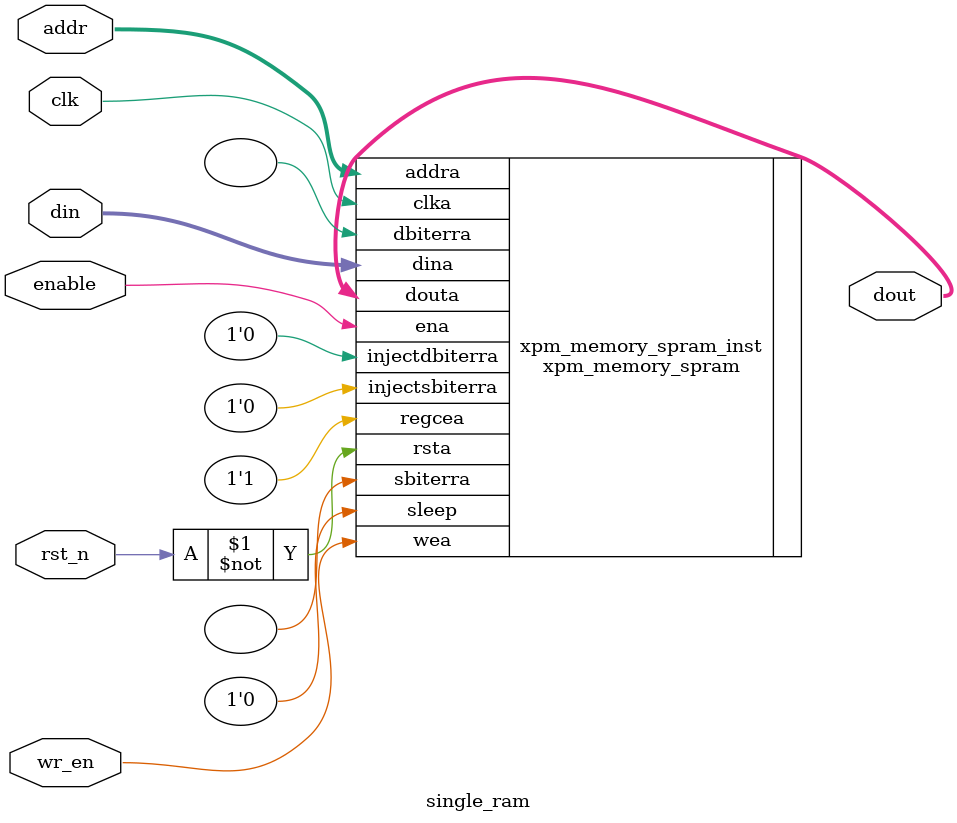
<source format=sv>

`timescale 1ns/1ps

module single_ram #(
    parameter DATA_WIDTH        = 32,
    parameter BYTE_WRITE_WIDTH  = 32,
    parameter ADDR_WIDTH        = 6,
    parameter READ_LATENCY      = 2,
    parameter WRITE_MODE        = "write_first"
) (
    input   clk,
    input   rst_n,
    input   enable,
    input  [DATA_WIDTH/BYTE_WRITE_WIDTH-1:0]    wr_en,
    input  [DATA_WIDTH-1:0]                     din,
    input  [ADDR_WIDTH-1:0]                     addr,
    output [DATA_WIDTH-1:0]                     dout
);

xpm_memory_spram #(
    .ADDR_WIDTH_A           (   ADDR_WIDTH  ),
    .AUTO_SLEEP_TIME        (   0           ),
    .BYTE_WRITE_WIDTH_A     (   8           ),
    .CASCADE_HEIGHT         (   0           ),
    .ECC_MODE               (   "no_ecc"    ),
    .MEMORY_INIT_FILE       (   "none"      ),
    .MEMORY_INIT_PARAM      (   "0"         ),
    .MEMORY_OPTIMIZATION    (   "true"      ),
    .MEMORY_PRIMITIVE       (   "auto"      ),
    .MEMORY_SIZE            (   2**ADDR_WIDTH * DATA_WIDTH), 
    .MESSAGE_CONTROL        (   0           ),
    .READ_DATA_WIDTH_A      (   DATA_WIDTH  ),
    .READ_LATENCY_A         (   READ_LATENCY),
    .READ_RESET_VALUE_A     (   "0"         ),
    .RST_MODE_A             (   "SYNC"      ),
    .SIM_ASSERT_CHK         (   0           ),
    .USE_MEM_INIT           (   1           ),
    .USE_MEM_INIT_MMI       (   0           ),
    .WAKEUP_TIME            (   "disable_sleep" ),
    .WRITE_DATA_WIDTH_A     (   DATA_WIDTH  ),
    .WRITE_MODE_A           (   WRITE_MODE      ),
    .WRITE_PROTECT          (   1               ) 
)
xpm_memory_spram_inst (
    .dbiterra(),                // 1-bit output: Status signal to indicate double bit error occurrence
                                // on the data output of port A.

    .douta(dout),               // READ_DATA_WIDTH_A-bit output: Data output for port A read operations.
    .sbiterra(),                // 1-bit output: Status signal to indicate single bit error occurrence
                                // on the data output of port A.

    .addra(addr),               // ADDR_WIDTH_A-bit input: Address for port A write and read operations.
    .clka(clk),                 // 1-bit input: Clock signal for port A.
    .dina(din),                 // WRITE_DATA_WIDTH_A-bit input: Data input for port A write operations.
    .ena(enable),               // 1-bit input: Memory enable signal for port A. Must be high on clock
                                // cycles when read or write operations are initiated. Pipelined
                                // internally.

    .injectdbiterra(1'b0),      // 1-bit input: Controls double bit error injection on input data when
                                // ECC enabled (Error injection capability is not available in
                                // "decode_only" mode).

    .injectsbiterra(1'b0),      // 1-bit input: Controls single bit error injection on input data when
                                // ECC enabled (Error injection capability is not available in
                                // "decode_only" mode).

    .regcea(1'b1),              // 1-bit input: Clock Enable for the last register stage on the output
                                // data path.

    .rsta(~rst_n),              // 1-bit input: Reset signal for the final port A output register stage.
                                // Synchronously resets output port douta to the value specified by
                                // parameter READ_RESET_VALUE_A.

    .sleep(1'b0),               // 1-bit input: sleep signal to enable the dynamic power saving feature.
    .wea(wr_en)                 // WRITE_DATA_WIDTH_A/BYTE_WRITE_WIDTH_A-bit input: Write enable vector
                                // for port A input data port dina. 1 bit wide when word-wide writes are
                                // used. In byte-wide write configurations, each bit controls the
                                // writing one byte of dina to address addra. For example, to
                                // synchronously write only bits [15-8] of dina when WRITE_DATA_WIDTH_A
                                // is 32, wea would be 4'b0010.
);
endmodule

// XPM_MEMORY instantiation template for Single Port RAM configurations
// Refer to the targeted device family architecture libraries guide for XPM_MEMORY documentation
// =======================================================================================================================

// Parameter usage table, organized as follows:
// +---------------------------------------------------------------------------------------------------------------------+
// | Parameter name       | Data type          | Restrictions, if applicable                                             |
// |---------------------------------------------------------------------------------------------------------------------|
// | Description                                                                                                         |
// +---------------------------------------------------------------------------------------------------------------------+
// +---------------------------------------------------------------------------------------------------------------------+
// | ADDR_WIDTH_A         | Integer            | Range: 1 - 20. Default value = 6.                                       |
// |---------------------------------------------------------------------------------------------------------------------|
// | Specify the width of the port A address port addra, in bits.                                                        |
// | Must be large enough to access the entire memory from port A, i.e. &gt;= $clog2(MEMORY_SIZE/[WRITE|READ]_DATA_WIDTH_A).|
// +---------------------------------------------------------------------------------------------------------------------+
// | AUTO_SLEEP_TIME      | Integer            | Range: 0 - 15. Default value = 0.                                       |
// |---------------------------------------------------------------------------------------------------------------------|
// | Specify the number of clka cycles to auto-sleep, if feature is available in architecture.                           |
// |                                                                                                                     |
// | 0 - Disable auto-sleep feature                                                                                      |
// | 3-15 - Number of auto-sleep latency cycles                                                                          |
// |                                                                                                                     |
// | Do not change from the value provided in the template instantiation.                                                |
// +---------------------------------------------------------------------------------------------------------------------+
// | BYTE_WRITE_WIDTH_A   | Integer            | Range: 1 - 4608. Default value = 32.                                    |
// |---------------------------------------------------------------------------------------------------------------------|
// | To enable byte-wide writes on port A, specify the byte width, in bits.                                              |
// |                                                                                                                     |
// | 8- 8-bit byte-wide writes, legal when WRITE_DATA_WIDTH_A is an integer multiple of 8                                |
// | 9- 9-bit byte-wide writes, legal when WRITE_DATA_WIDTH_A is an integer multiple of 9                                |
// |                                                                                                                     |
// | Or to enable word-wide writes on port A, specify the same value as for WRITE_DATA_WIDTH_A.                          |
// +---------------------------------------------------------------------------------------------------------------------+
// | CASCADE_HEIGHT       | Integer            | Range: 0 - 64. Default value = 0.                                       |
// |---------------------------------------------------------------------------------------------------------------------|
// | 0- No Cascade Height, Allow Vivado Synthesis to choose.                                                             |
// | 1 or more - Vivado Synthesis sets the specified value as Cascade Height.                                            |
// +---------------------------------------------------------------------------------------------------------------------+
// | ECC_MODE             | String             | Allowed values: no_ecc, both_encode_and_decode, decode_only, encode_only. Default value = no_ecc.|
// |---------------------------------------------------------------------------------------------------------------------|
// |                                                                                                                     |
// |   "no_ecc" - Disables ECC                                                                                           |
// |   "encode_only" - Enables ECC Encoder only                                                                          |
// |   "decode_only" - Enables ECC Decoder only                                                                          |
// |   "both_encode_and_decode" - Enables both ECC Encoder and Decoder                                                   |
// +---------------------------------------------------------------------------------------------------------------------+
// | MEMORY_INIT_FILE     | String             | Default value = none.                                                   |
// |---------------------------------------------------------------------------------------------------------------------|
// | Specify "none" (including quotes) for no memory initialization, or specify the name of a memory initialization file-|
// | Enter only the name of the file with .mem extension, including quotes but without path (e.g. "my_file.mem").        |
// | File format must be ASCII and consist of only hexadecimal values organized into the specified depth by              |
// | narrowest data width generic value of the memory. Initialization of memory happens through the file name specified only when parameter|
// | MEMORY_INIT_PARAM value is equal to "".                                                                             |
// | When using XPM_MEMORY in a project, add the specified file to the Vivado project as a design source.                |
// +---------------------------------------------------------------------------------------------------------------------+
// | MEMORY_INIT_PARAM    | String             | Default value = 0.                                                      |
// |---------------------------------------------------------------------------------------------------------------------|
// | Specify "" or "0" (including quotes) for no memory initialization through parameter, or specify the string          |
// | containing the hex characters. Enter only hex characters with each location separated by delimiter (,).             |
// | Parameter format must be ASCII and consist of only hexadecimal values organized into the specified depth by         |
// | narrowest data width generic value of the memory.For example, if the narrowest data width is 8, and the depth of    |
// | memory is 8 locations, then the parameter value should be passed as shown below.                                    |
// | parameter MEMORY_INIT_PARAM = "AB,CD,EF,1,2,34,56,78"                                                               |
// | Where "AB" is the 0th location and "78" is the 7th location.                                                        |
// +---------------------------------------------------------------------------------------------------------------------+
// | MEMORY_OPTIMIZATION  | String             | Allowed values: true, false. Default value = true.                      |
// |---------------------------------------------------------------------------------------------------------------------|
// | Specify "true" to enable the optimization of unused memory or bits in the memory structure. Specify "false" to      |
// | disable the optimization of unused memory or bits in the memory structure.                                          |
// +---------------------------------------------------------------------------------------------------------------------+
// | MEMORY_PRIMITIVE     | String             | Allowed values: auto, block, distributed, mixed, ultra. Default value = auto.|
// |---------------------------------------------------------------------------------------------------------------------|
// | Designate the memory primitive (resource type) to use.                                                              |
// |                                                                                                                     |
// |   "auto"- Allow Vivado Synthesis to choose                                                                          |
// |   "distributed"- Distributed memory                                                                                 |
// |   "block"- Block memory                                                                                             |
// |   "ultra"- Ultra RAM memory                                                                                         |
// |   "mixed"- Mixed memory                                                                                             |
// |                                                                                                                     |
// | NOTE: There may be a behavior mismatch if Block RAM or Ultra RAM specific features, like ECC or Asymmetry, are selected with MEMORY_PRIMITIVE set to "auto".|
// +---------------------------------------------------------------------------------------------------------------------+
// | MEMORY_SIZE          | Integer            | Range: 2 - 150994944. Default value = 2048.                             |
// |---------------------------------------------------------------------------------------------------------------------|
// | Specify the total memory array size, in bits.                                                                       |
// | For example, enter 65536 for a 2kx32 RAM.                                                                           |
// |                                                                                                                     |
// |   When ECC is enabled and set to "encode_only", then the memory size has to be multiples of READ_DATA_WIDTH_A       |
// |   When ECC is enabled and set to "decode_only", then the memory size has to be multiples of WRITE_DATA_WIDTH_A      |
// +---------------------------------------------------------------------------------------------------------------------+
// | MESSAGE_CONTROL      | Integer            | Range: 0 - 1. Default value = 0.                                        |
// |---------------------------------------------------------------------------------------------------------------------|
// | Specify 1 to enable the dynamic message reporting such as collision warnings, and 0 to disable the message reporting|
// +---------------------------------------------------------------------------------------------------------------------+
// | READ_DATA_WIDTH_A    | Integer            | Range: 1 - 4608. Default value = 32.                                    |
// |---------------------------------------------------------------------------------------------------------------------|
// | Specify the width of the port A read data output port douta, in bits.                                               |
// | The values of READ_DATA_WIDTH_A and WRITE_DATA_WIDTH_A must be equal.                                               |
// | When ECC is enabled and set to "encode_only", then READ_DATA_WIDTH_A has to be multiples of 72-bits.                |
// | When ECC is enabled and set to "decode_only" or "both_encode_and_decode", then READ_DATA_WIDTH_A has to be          |
// | multiples of 64-bits.                                                                                               |
// +---------------------------------------------------------------------------------------------------------------------+
// | READ_LATENCY_A       | Integer            | Range: 0 - 100. Default value = 2.                                      |
// |---------------------------------------------------------------------------------------------------------------------|
// | Specify the number of register stages in the port A read data pipeline. Read data output to port douta takes this   |
// | number of clka cycles.                                                                                              |
// |                                                                                                                     |
// | To target block memory, a value of 1 or larger is required- 1 causes use of memory latch only; 2 causes use of      |
// | output register.                                                                                                    |
// | To target distributed memory, a value of 0 or larger is required- 0 indicates combinatorial output.                 |
// | Values larger than 2 synthesize additional flip-flops that are not retimed into memory primitives.                  |
// +---------------------------------------------------------------------------------------------------------------------+
// | READ_RESET_VALUE_A   | String             | Default value = 0.                                                      |
// |---------------------------------------------------------------------------------------------------------------------|
// | Specify the reset value of the port A final output register stage in response to rsta input port is assertion.      |
// | Since this parameter is a string, you must specify the hex values inside double quotes. For example,                |
// | If the read data width is 8, then specify READ_RESET_VALUE_A = "EA";                                                |
// | When ECC is enabled, then reset value is not supported.                                                             |
// +---------------------------------------------------------------------------------------------------------------------+
// | RST_MODE_A           | String             | Allowed values: SYNC, ASYNC. Default value = SYNC.                      |
// |---------------------------------------------------------------------------------------------------------------------|
// | Describes the behaviour of the reset                                                                                |
// |                                                                                                                     |
// |   "SYNC" - when reset is applied, synchronously resets output port douta to the value specified by parameter READ_RESET_VALUE_A|
// |   "ASYNC" - when reset is applied, asynchronously resets output port douta to zero                                  |
// +---------------------------------------------------------------------------------------------------------------------+
// | SIM_ASSERT_CHK       | Integer            | Range: 0 - 1. Default value = 0.                                        |
// |---------------------------------------------------------------------------------------------------------------------|
// | 0- Disable simulation message reporting. Messages related to potential misuse will not be reported.                 |
// | 1- Enable simulation message reporting. Messages related to potential misuse will be reported.                      |
// +---------------------------------------------------------------------------------------------------------------------+
// | USE_MEM_INIT         | Integer            | Range: 0 - 1. Default value = 1.                                        |
// |---------------------------------------------------------------------------------------------------------------------|
// | Specify 1 to enable the generation of below message and 0 to disable generation of the following message completely.|
// | "INFO - MEMORY_INIT_FILE and MEMORY_INIT_PARAM together specifies no memory initialization.                         |
// | Initial memory contents will be all 0s."                                                                            |
// | NOTE: This message gets generated only when there is no Memory Initialization specified either through file or      |
// | Parameter.                                                                                                          |
// +---------------------------------------------------------------------------------------------------------------------+
// | USE_MEM_INIT_MMI     | Integer            | Range: 0 - 1. Default value = 0.                                        |
// |---------------------------------------------------------------------------------------------------------------------|
// | Specify 1 to expose this memory information to be written out in the MMI file.                                      |
// +---------------------------------------------------------------------------------------------------------------------+
// | WAKEUP_TIME          | String             | Allowed values: disable_sleep, use_sleep_pin. Default value = disable_sleep.|
// |---------------------------------------------------------------------------------------------------------------------|
// | Specify "disable_sleep" to disable dynamic power saving option, and specify "use_sleep_pin" to enable the           |
// | dynamic power saving option                                                                                         |
// +---------------------------------------------------------------------------------------------------------------------+
// | WRITE_DATA_WIDTH_A   | Integer            | Range: 1 - 4608. Default value = 32.                                    |
// |---------------------------------------------------------------------------------------------------------------------|
// | Specify the width of the port A write data input port dina, in bits.                                                |
// | The values of WRITE_DATA_WIDTH_A and READ_DATA_WIDTH_A must be equal.                                               |
// | When ECC is enabled and set to "encode_only" or "both_encode_and_decode", then WRITE_DATA_WIDTH_A must be           |
// | multiples of 64-bits.                                                                                               |
// | When ECC is enabled and set to "decode_only", then WRITE_DATA_WIDTH_A must be multiples of 72-bits.                 |
// +---------------------------------------------------------------------------------------------------------------------+
// | WRITE_MODE_A         | String             | Allowed values: read_first, no_change, write_first. Default value = read_first.|
// |---------------------------------------------------------------------------------------------------------------------|
// | Write mode behavior for port A output data port, douta.                                                             |
// +---------------------------------------------------------------------------------------------------------------------+
// | WRITE_PROTECT        | Integer            | Range: 0 - 1. Default value = 1.                                        |
// |---------------------------------------------------------------------------------------------------------------------|
// | Default value is 1, means write is protected through enable and write enable and hence the LUT is placed before the memory. This is the default behaviour to access memory.|
// | When 0, disables write protection. Write enable (WE) directly connected to memory.                                  |
// | NOTE: Disable this option only if the advanced users can guarantee that the write enable (WE) cannot be given without enable (EN).|
// +---------------------------------------------------------------------------------------------------------------------+

// Port usage table, organized as follows:
// +---------------------------------------------------------------------------------------------------------------------+
// | Port name      | Direction | Size, in bits                         | Domain  | Sense       | Handling if unused     |
// |---------------------------------------------------------------------------------------------------------------------|
// | Description                                                                                                         |
// +---------------------------------------------------------------------------------------------------------------------+
// +---------------------------------------------------------------------------------------------------------------------+
// | addra          | Input     | ADDR_WIDTH_A                          | clka    | NA          | Required               |
// |---------------------------------------------------------------------------------------------------------------------|
// | Address for port A write and read operations.                                                                       |
// +---------------------------------------------------------------------------------------------------------------------+
// | clka           | Input     | 1                                     | NA      | Rising edge | Required               |
// |---------------------------------------------------------------------------------------------------------------------|
// | Clock signal for port A.                                                                                            |
// +---------------------------------------------------------------------------------------------------------------------+
// | dbiterra       | Output    | 1                                     | clka    | Active-high | DoNotCare              |
// |---------------------------------------------------------------------------------------------------------------------|
// | Status signal to indicate double bit error occurrence on the data output of port A.                                 |
// +---------------------------------------------------------------------------------------------------------------------+
// | dina           | Input     | WRITE_DATA_WIDTH_A                    | clka    | NA          | Required               |
// |---------------------------------------------------------------------------------------------------------------------|
// | Data input for port A write operations.                                                                             |
// +---------------------------------------------------------------------------------------------------------------------+
// | douta          | Output    | READ_DATA_WIDTH_A                     | clka    | NA          | Required               |
// |---------------------------------------------------------------------------------------------------------------------|
// | Data output for port A read operations.                                                                             |
// +---------------------------------------------------------------------------------------------------------------------+
// | ena            | Input     | 1                                     | clka    | Active-high | Required               |
// |---------------------------------------------------------------------------------------------------------------------|
// | Memory enable signal for port A.                                                                                    |
// | Must be high on clock cycles when read or write operations are initiated. Pipelined internally.                     |
// +---------------------------------------------------------------------------------------------------------------------+
// | injectdbiterra | Input     | 1                                     | clka    | Active-high | Tie to 1'b0            |
// |---------------------------------------------------------------------------------------------------------------------|
// | Controls double bit error injection on input data when ECC enabled (Error injection capability is not available in  |
// | "decode_only" mode).                                                                                                |
// +---------------------------------------------------------------------------------------------------------------------+
// | injectsbiterra | Input     | 1                                     | clka    | Active-high | Tie to 1'b0            |
// |---------------------------------------------------------------------------------------------------------------------|
// | Controls single bit error injection on input data when ECC enabled (Error injection capability is not available in  |
// | "decode_only" mode).                                                                                                |
// +---------------------------------------------------------------------------------------------------------------------+
// | regcea         | Input     | 1                                     | clka    | Active-high | Tie to 1'b1            |
// |---------------------------------------------------------------------------------------------------------------------|
// | Clock Enable for the last register stage on the output data path.                                                   |
// +---------------------------------------------------------------------------------------------------------------------+
// | rsta           | Input     | 1                                     | clka    | Active-high | Required               |
// |---------------------------------------------------------------------------------------------------------------------|
// | Reset signal for the final port A output register stage.                                                            |
// | Synchronously resets output port douta to the value specified by parameter READ_RESET_VALUE_A.                      |
// +---------------------------------------------------------------------------------------------------------------------+
// | sbiterra       | Output    | 1                                     | clka    | Active-high | DoNotCare              |
// |---------------------------------------------------------------------------------------------------------------------|
// | Status signal to indicate single bit error occurrence on the data output of port A.                                 |
// +---------------------------------------------------------------------------------------------------------------------+
// | sleep          | Input     | 1                                     | NA      | Active-high | Tie to 1'b0            |
// |---------------------------------------------------------------------------------------------------------------------|
// | sleep signal to enable the dynamic power saving feature.                                                            |
// +---------------------------------------------------------------------------------------------------------------------+
// | wea            | Input     | WRITE_DATA_WIDTH_A/BYTE_WRITE_WIDTH_A | clka    | Active-high | Required               |
// |---------------------------------------------------------------------------------------------------------------------|
// | Write enable vector for port A input data port dina. 1 bit wide when word-wide writes are used.                     |
// | In byte-wide write configurations, each bit controls the writing one byte of dina to address addra.                 |
// | For example, to synchronously write only bits [15-8] of dina when WRITE_DATA_WIDTH_A is 32, wea would be 4'b0010.   |
// +---------------------------------------------------------------------------------------------------------------------+
	
				
</source>
